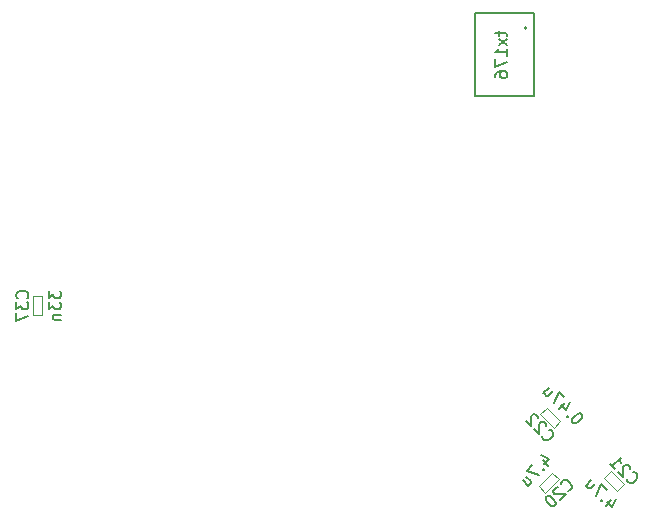
<source format=gbr>
G04 #@! TF.FileFunction,Other,Fab,Bot*
%FSLAX46Y46*%
G04 Gerber Fmt 4.6, Leading zero omitted, Abs format (unit mm)*
G04 Created by KiCad (PCBNEW 4.0.6) date 11/10/17 17:18:38*
%MOMM*%
%LPD*%
G01*
G04 APERTURE LIST*
%ADD10C,0.100000*%
%ADD11C,0.150000*%
G04 APERTURE END LIST*
D10*
D11*
X137612801Y-64880000D02*
G75*
G03X137612801Y-64880000I-72801J0D01*
G01*
X138260000Y-63630000D02*
X138260000Y-70630000D01*
X133260000Y-63630000D02*
X138260000Y-63630000D01*
X133260000Y-70630000D02*
X138260000Y-70630000D01*
X133260000Y-63630000D02*
X133260000Y-70630000D01*
D10*
X138649369Y-103664847D02*
X139215054Y-104230532D01*
X139780740Y-102533476D02*
X138649369Y-103664847D01*
X140346425Y-103099161D02*
X139780740Y-102533476D01*
X139215054Y-104230532D02*
X140346425Y-103099161D01*
X145296173Y-104089111D02*
X145861858Y-103523426D01*
X144164802Y-102957740D02*
X145296173Y-104089111D01*
X144730487Y-102392055D02*
X144164802Y-102957740D01*
X145861858Y-103523426D02*
X144730487Y-102392055D01*
X139356475Y-97018043D02*
X138790790Y-97583728D01*
X140487846Y-98149414D02*
X139356475Y-97018043D01*
X139922161Y-98715099D02*
X140487846Y-98149414D01*
X138790790Y-97583728D02*
X139922161Y-98715099D01*
X96630000Y-87600000D02*
X95830000Y-87600000D01*
X96630000Y-89200000D02*
X96630000Y-87600000D01*
X95830000Y-89200000D02*
X96630000Y-89200000D01*
X95830000Y-87600000D02*
X95830000Y-89200000D01*
D11*
X135305714Y-65166190D02*
X135305714Y-65547142D01*
X134972381Y-65309047D02*
X135829524Y-65309047D01*
X135924762Y-65356666D01*
X135972381Y-65451904D01*
X135972381Y-65547142D01*
X135972381Y-65785238D02*
X135305714Y-66309048D01*
X135305714Y-65785238D02*
X135972381Y-66309048D01*
X135972381Y-67213810D02*
X135972381Y-66642381D01*
X135972381Y-66928095D02*
X134972381Y-66928095D01*
X135115238Y-66832857D01*
X135210476Y-66737619D01*
X135258095Y-66642381D01*
X134972381Y-67547143D02*
X134972381Y-68213810D01*
X135972381Y-67785238D01*
X134972381Y-69023334D02*
X134972381Y-68832857D01*
X135020000Y-68737619D01*
X135067619Y-68690000D01*
X135210476Y-68594762D01*
X135400952Y-68547143D01*
X135781905Y-68547143D01*
X135877143Y-68594762D01*
X135924762Y-68642381D01*
X135972381Y-68737619D01*
X135972381Y-68928096D01*
X135924762Y-69023334D01*
X135877143Y-69070953D01*
X135781905Y-69118572D01*
X135543810Y-69118572D01*
X135448571Y-69070953D01*
X135400952Y-69023334D01*
X135353333Y-68928096D01*
X135353333Y-68737619D01*
X135400952Y-68642381D01*
X135448571Y-68594762D01*
X135543810Y-68547143D01*
X138975984Y-101479550D02*
X139447389Y-101950955D01*
X138874970Y-101041817D02*
X139548405Y-101378535D01*
X139110672Y-101816268D01*
X139009657Y-102254001D02*
X139009657Y-102321344D01*
X139077000Y-102321344D01*
X139077000Y-102254001D01*
X139009657Y-102254001D01*
X139077000Y-102321344D01*
X138100520Y-101883611D02*
X137629115Y-102355016D01*
X138639268Y-102759076D01*
X137292397Y-103163138D02*
X137763802Y-103634542D01*
X137595443Y-102860091D02*
X137965833Y-103230481D01*
X137999505Y-103331496D01*
X137965833Y-103432511D01*
X137864817Y-103533527D01*
X137763802Y-103567199D01*
X137696459Y-103567199D01*
X141088887Y-104063857D02*
X141156230Y-104063857D01*
X141290917Y-103996513D01*
X141358261Y-103929170D01*
X141425605Y-103794482D01*
X141425605Y-103659795D01*
X141391933Y-103558780D01*
X141290918Y-103390422D01*
X141189902Y-103289406D01*
X141021543Y-103188391D01*
X140920528Y-103154719D01*
X140785841Y-103154719D01*
X140651154Y-103222063D01*
X140583810Y-103289406D01*
X140516467Y-103424093D01*
X140516467Y-103491437D01*
X140247093Y-103760811D02*
X140179750Y-103760811D01*
X140078735Y-103794482D01*
X139910375Y-103962842D01*
X139876704Y-104063857D01*
X139876704Y-104131200D01*
X139910375Y-104232215D01*
X139977719Y-104299559D01*
X140112406Y-104366902D01*
X140920528Y-104366902D01*
X140482795Y-104804635D01*
X139337956Y-104535261D02*
X139270612Y-104602605D01*
X139236940Y-104703620D01*
X139236940Y-104770963D01*
X139270612Y-104871979D01*
X139371627Y-105040337D01*
X139539986Y-105208697D01*
X139708345Y-105309712D01*
X139809360Y-105343383D01*
X139876704Y-105343383D01*
X139977719Y-105309712D01*
X140045063Y-105242368D01*
X140078735Y-105141352D01*
X140078735Y-105074009D01*
X140045063Y-104972994D01*
X139944048Y-104804635D01*
X139775688Y-104636276D01*
X139607330Y-104535261D01*
X139506315Y-104501589D01*
X139438971Y-104501589D01*
X139337956Y-104535261D01*
X144794464Y-104839990D02*
X144323059Y-105311395D01*
X145232197Y-104738976D02*
X144895479Y-105412411D01*
X144457746Y-104974678D01*
X144020013Y-104873663D02*
X143952670Y-104873663D01*
X143952670Y-104941006D01*
X144020013Y-104941006D01*
X144020013Y-104873663D01*
X143952670Y-104941006D01*
X144390403Y-103964526D02*
X143918998Y-103493121D01*
X143514938Y-104503274D01*
X143110876Y-103156403D02*
X142639472Y-103627808D01*
X143413923Y-103459449D02*
X143043533Y-103829839D01*
X142942518Y-103863511D01*
X142841503Y-103829839D01*
X142740487Y-103728823D01*
X142706815Y-103627808D01*
X142706815Y-103560465D01*
X146099243Y-103063807D02*
X146099243Y-103131150D01*
X146166587Y-103265837D01*
X146233930Y-103333181D01*
X146368618Y-103400525D01*
X146503305Y-103400525D01*
X146604320Y-103366853D01*
X146772678Y-103265838D01*
X146873694Y-103164822D01*
X146974709Y-102996463D01*
X147008381Y-102895448D01*
X147008381Y-102760761D01*
X146941037Y-102626074D01*
X146873694Y-102558730D01*
X146739007Y-102491387D01*
X146671663Y-102491387D01*
X146402289Y-102222013D02*
X146402289Y-102154670D01*
X146368618Y-102053655D01*
X146200258Y-101885295D01*
X146099243Y-101851624D01*
X146031900Y-101851624D01*
X145930885Y-101885295D01*
X145863541Y-101952639D01*
X145796198Y-102087326D01*
X145796198Y-102895448D01*
X145358465Y-102457715D01*
X144685030Y-101784280D02*
X145089091Y-102188341D01*
X144887061Y-101986311D02*
X145594168Y-101279204D01*
X145560496Y-101447563D01*
X145560496Y-101582250D01*
X145594168Y-101683265D01*
X142282550Y-97614033D02*
X142215206Y-97546689D01*
X142114191Y-97513017D01*
X142046847Y-97513017D01*
X141945832Y-97546689D01*
X141777474Y-97647704D01*
X141609114Y-97816063D01*
X141508099Y-97984422D01*
X141474428Y-98085437D01*
X141474428Y-98152780D01*
X141508099Y-98253796D01*
X141575443Y-98321140D01*
X141676459Y-98354811D01*
X141743802Y-98354811D01*
X141844817Y-98321140D01*
X142013176Y-98220125D01*
X142181535Y-98051765D01*
X142282550Y-97883407D01*
X142316222Y-97782392D01*
X142316222Y-97715048D01*
X142282550Y-97614033D01*
X141104039Y-97715048D02*
X141036695Y-97715048D01*
X141036695Y-97782392D01*
X141104039Y-97782392D01*
X141104039Y-97715048D01*
X141036695Y-97782392D01*
X140868337Y-96671223D02*
X140396932Y-97142628D01*
X141306070Y-96570209D02*
X140969352Y-97243644D01*
X140531619Y-96805911D01*
X140800993Y-96132476D02*
X140329588Y-95661071D01*
X139925528Y-96671224D01*
X139521466Y-95324353D02*
X139050062Y-95795758D01*
X139824513Y-95627399D02*
X139454123Y-95997789D01*
X139353108Y-96031461D01*
X139252093Y-95997789D01*
X139151077Y-95896773D01*
X139117405Y-95795758D01*
X139117405Y-95728415D01*
X138957465Y-99457561D02*
X138957465Y-99524904D01*
X139024809Y-99659591D01*
X139092152Y-99726935D01*
X139226840Y-99794279D01*
X139361527Y-99794279D01*
X139462542Y-99760607D01*
X139630900Y-99659592D01*
X139731916Y-99558576D01*
X139832931Y-99390217D01*
X139866603Y-99289202D01*
X139866603Y-99154515D01*
X139799259Y-99019828D01*
X139731916Y-98952484D01*
X139597229Y-98885141D01*
X139529885Y-98885141D01*
X139260511Y-98615767D02*
X139260511Y-98548424D01*
X139226840Y-98447409D01*
X139058480Y-98279049D01*
X138957465Y-98245378D01*
X138890122Y-98245378D01*
X138789107Y-98279049D01*
X138721763Y-98346393D01*
X138654420Y-98481080D01*
X138654420Y-99289202D01*
X138216687Y-98851469D01*
X138587076Y-97942332D02*
X138587076Y-97874989D01*
X138553405Y-97773973D01*
X138385045Y-97605614D01*
X138284030Y-97571942D01*
X138216687Y-97571942D01*
X138115672Y-97605614D01*
X138048328Y-97672958D01*
X137980985Y-97807644D01*
X137980985Y-98615767D01*
X137543252Y-98178034D01*
X97182381Y-87138095D02*
X97182381Y-87757143D01*
X97563333Y-87423809D01*
X97563333Y-87566667D01*
X97610952Y-87661905D01*
X97658571Y-87709524D01*
X97753810Y-87757143D01*
X97991905Y-87757143D01*
X98087143Y-87709524D01*
X98134762Y-87661905D01*
X98182381Y-87566667D01*
X98182381Y-87280952D01*
X98134762Y-87185714D01*
X98087143Y-87138095D01*
X97182381Y-88090476D02*
X97182381Y-88709524D01*
X97563333Y-88376190D01*
X97563333Y-88519048D01*
X97610952Y-88614286D01*
X97658571Y-88661905D01*
X97753810Y-88709524D01*
X97991905Y-88709524D01*
X98087143Y-88661905D01*
X98134762Y-88614286D01*
X98182381Y-88519048D01*
X98182381Y-88233333D01*
X98134762Y-88138095D01*
X98087143Y-88090476D01*
X97515714Y-89138095D02*
X98182381Y-89138095D01*
X97610952Y-89138095D02*
X97563333Y-89185714D01*
X97515714Y-89280952D01*
X97515714Y-89423810D01*
X97563333Y-89519048D01*
X97658571Y-89566667D01*
X98182381Y-89566667D01*
X95337143Y-87757143D02*
X95384762Y-87709524D01*
X95432381Y-87566667D01*
X95432381Y-87471429D01*
X95384762Y-87328571D01*
X95289524Y-87233333D01*
X95194286Y-87185714D01*
X95003810Y-87138095D01*
X94860952Y-87138095D01*
X94670476Y-87185714D01*
X94575238Y-87233333D01*
X94480000Y-87328571D01*
X94432381Y-87471429D01*
X94432381Y-87566667D01*
X94480000Y-87709524D01*
X94527619Y-87757143D01*
X94432381Y-88090476D02*
X94432381Y-88709524D01*
X94813333Y-88376190D01*
X94813333Y-88519048D01*
X94860952Y-88614286D01*
X94908571Y-88661905D01*
X95003810Y-88709524D01*
X95241905Y-88709524D01*
X95337143Y-88661905D01*
X95384762Y-88614286D01*
X95432381Y-88519048D01*
X95432381Y-88233333D01*
X95384762Y-88138095D01*
X95337143Y-88090476D01*
X94432381Y-89042857D02*
X94432381Y-89709524D01*
X95432381Y-89280952D01*
M02*

</source>
